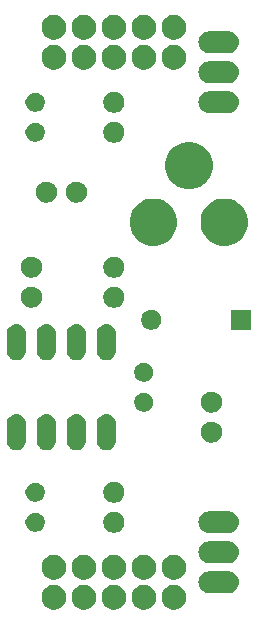
<source format=gbr>
G04 #@! TF.GenerationSoftware,KiCad,Pcbnew,(5.1.5)-3*
G04 #@! TF.CreationDate,2020-03-15T10:52:14-07:00*
G04 #@! TF.ProjectId,bbf-supply_v1,6262662d-7375-4707-906c-795f76312e6b,rev?*
G04 #@! TF.SameCoordinates,Original*
G04 #@! TF.FileFunction,Soldermask,Bot*
G04 #@! TF.FilePolarity,Negative*
%FSLAX46Y46*%
G04 Gerber Fmt 4.6, Leading zero omitted, Abs format (unit mm)*
G04 Created by KiCad (PCBNEW (5.1.5)-3) date 2020-03-15 10:52:14*
%MOMM*%
%LPD*%
G04 APERTURE LIST*
%ADD10C,0.100000*%
G04 APERTURE END LIST*
D10*
G36*
X142454865Y-128127220D02*
G01*
X142644388Y-128205723D01*
X142814954Y-128319692D01*
X142960008Y-128464746D01*
X143073977Y-128635312D01*
X143152480Y-128824835D01*
X143192500Y-129026031D01*
X143192500Y-129231169D01*
X143152480Y-129432365D01*
X143073977Y-129621888D01*
X142960008Y-129792454D01*
X142814954Y-129937508D01*
X142644388Y-130051477D01*
X142644387Y-130051478D01*
X142644386Y-130051478D01*
X142454865Y-130129980D01*
X142253670Y-130170000D01*
X142048530Y-130170000D01*
X141847335Y-130129980D01*
X141657814Y-130051478D01*
X141657813Y-130051478D01*
X141657812Y-130051477D01*
X141487246Y-129937508D01*
X141342192Y-129792454D01*
X141228223Y-129621888D01*
X141149720Y-129432365D01*
X141109700Y-129231169D01*
X141109700Y-129026031D01*
X141149720Y-128824835D01*
X141228223Y-128635312D01*
X141342192Y-128464746D01*
X141487246Y-128319692D01*
X141657812Y-128205723D01*
X141847335Y-128127220D01*
X142048530Y-128087200D01*
X142253670Y-128087200D01*
X142454865Y-128127220D01*
G37*
G36*
X144994865Y-128127220D02*
G01*
X145184388Y-128205723D01*
X145354954Y-128319692D01*
X145500008Y-128464746D01*
X145613977Y-128635312D01*
X145692480Y-128824835D01*
X145732500Y-129026031D01*
X145732500Y-129231169D01*
X145692480Y-129432365D01*
X145613977Y-129621888D01*
X145500008Y-129792454D01*
X145354954Y-129937508D01*
X145184388Y-130051477D01*
X145184387Y-130051478D01*
X145184386Y-130051478D01*
X144994865Y-130129980D01*
X144793670Y-130170000D01*
X144588530Y-130170000D01*
X144387335Y-130129980D01*
X144197814Y-130051478D01*
X144197813Y-130051478D01*
X144197812Y-130051477D01*
X144027246Y-129937508D01*
X143882192Y-129792454D01*
X143768223Y-129621888D01*
X143689720Y-129432365D01*
X143649700Y-129231169D01*
X143649700Y-129026031D01*
X143689720Y-128824835D01*
X143768223Y-128635312D01*
X143882192Y-128464746D01*
X144027246Y-128319692D01*
X144197812Y-128205723D01*
X144387335Y-128127220D01*
X144588530Y-128087200D01*
X144793670Y-128087200D01*
X144994865Y-128127220D01*
G37*
G36*
X147534865Y-128127220D02*
G01*
X147724388Y-128205723D01*
X147894954Y-128319692D01*
X148040008Y-128464746D01*
X148153977Y-128635312D01*
X148232480Y-128824835D01*
X148272500Y-129026031D01*
X148272500Y-129231169D01*
X148232480Y-129432365D01*
X148153977Y-129621888D01*
X148040008Y-129792454D01*
X147894954Y-129937508D01*
X147724388Y-130051477D01*
X147724387Y-130051478D01*
X147724386Y-130051478D01*
X147534865Y-130129980D01*
X147333670Y-130170000D01*
X147128530Y-130170000D01*
X146927335Y-130129980D01*
X146737814Y-130051478D01*
X146737813Y-130051478D01*
X146737812Y-130051477D01*
X146567246Y-129937508D01*
X146422192Y-129792454D01*
X146308223Y-129621888D01*
X146229720Y-129432365D01*
X146189700Y-129231169D01*
X146189700Y-129026031D01*
X146229720Y-128824835D01*
X146308223Y-128635312D01*
X146422192Y-128464746D01*
X146567246Y-128319692D01*
X146737812Y-128205723D01*
X146927335Y-128127220D01*
X147128530Y-128087200D01*
X147333670Y-128087200D01*
X147534865Y-128127220D01*
G37*
G36*
X152614865Y-128127220D02*
G01*
X152804388Y-128205723D01*
X152974954Y-128319692D01*
X153120008Y-128464746D01*
X153233977Y-128635312D01*
X153312480Y-128824835D01*
X153352500Y-129026031D01*
X153352500Y-129231169D01*
X153312480Y-129432365D01*
X153233977Y-129621888D01*
X153120008Y-129792454D01*
X152974954Y-129937508D01*
X152804388Y-130051477D01*
X152804387Y-130051478D01*
X152804386Y-130051478D01*
X152614865Y-130129980D01*
X152413670Y-130170000D01*
X152208530Y-130170000D01*
X152007335Y-130129980D01*
X151817814Y-130051478D01*
X151817813Y-130051478D01*
X151817812Y-130051477D01*
X151647246Y-129937508D01*
X151502192Y-129792454D01*
X151388223Y-129621888D01*
X151309720Y-129432365D01*
X151269700Y-129231169D01*
X151269700Y-129026031D01*
X151309720Y-128824835D01*
X151388223Y-128635312D01*
X151502192Y-128464746D01*
X151647246Y-128319692D01*
X151817812Y-128205723D01*
X152007335Y-128127220D01*
X152208530Y-128087200D01*
X152413670Y-128087200D01*
X152614865Y-128127220D01*
G37*
G36*
X150074865Y-128127220D02*
G01*
X150264388Y-128205723D01*
X150434954Y-128319692D01*
X150580008Y-128464746D01*
X150693977Y-128635312D01*
X150772480Y-128824835D01*
X150812500Y-129026031D01*
X150812500Y-129231169D01*
X150772480Y-129432365D01*
X150693977Y-129621888D01*
X150580008Y-129792454D01*
X150434954Y-129937508D01*
X150264388Y-130051477D01*
X150264387Y-130051478D01*
X150264386Y-130051478D01*
X150074865Y-130129980D01*
X149873670Y-130170000D01*
X149668530Y-130170000D01*
X149467335Y-130129980D01*
X149277814Y-130051478D01*
X149277813Y-130051478D01*
X149277812Y-130051477D01*
X149107246Y-129937508D01*
X148962192Y-129792454D01*
X148848223Y-129621888D01*
X148769720Y-129432365D01*
X148729700Y-129231169D01*
X148729700Y-129026031D01*
X148769720Y-128824835D01*
X148848223Y-128635312D01*
X148962192Y-128464746D01*
X149107246Y-128319692D01*
X149277812Y-128205723D01*
X149467335Y-128127220D01*
X149668530Y-128087200D01*
X149873670Y-128087200D01*
X150074865Y-128127220D01*
G37*
G36*
X157113152Y-126957430D02*
G01*
X157199336Y-126983574D01*
X157285519Y-127009717D01*
X157285521Y-127009718D01*
X157444367Y-127094623D01*
X157444370Y-127094625D01*
X157444371Y-127094626D01*
X157583607Y-127208893D01*
X157697874Y-127348129D01*
X157697877Y-127348133D01*
X157782782Y-127506979D01*
X157782783Y-127506981D01*
X157784147Y-127511478D01*
X157835070Y-127679348D01*
X157852724Y-127858600D01*
X157835070Y-128037852D01*
X157835069Y-128037854D01*
X157784147Y-128205723D01*
X157782782Y-128210221D01*
X157697877Y-128369067D01*
X157697875Y-128369070D01*
X157697874Y-128369071D01*
X157583607Y-128508307D01*
X157444371Y-128622574D01*
X157444367Y-128622577D01*
X157285521Y-128707482D01*
X157285519Y-128707483D01*
X157199336Y-128733626D01*
X157113152Y-128759770D01*
X156978821Y-128773000D01*
X155263379Y-128773000D01*
X155129048Y-128759770D01*
X155042864Y-128733626D01*
X154956681Y-128707483D01*
X154956679Y-128707482D01*
X154797833Y-128622577D01*
X154797829Y-128622574D01*
X154658593Y-128508307D01*
X154544326Y-128369071D01*
X154544325Y-128369070D01*
X154544323Y-128369067D01*
X154459418Y-128210221D01*
X154458054Y-128205723D01*
X154407131Y-128037854D01*
X154407130Y-128037852D01*
X154389476Y-127858600D01*
X154407130Y-127679348D01*
X154458053Y-127511478D01*
X154459417Y-127506981D01*
X154459418Y-127506979D01*
X154544323Y-127348133D01*
X154544326Y-127348129D01*
X154658593Y-127208893D01*
X154797829Y-127094626D01*
X154797830Y-127094625D01*
X154797833Y-127094623D01*
X154956679Y-127009718D01*
X154956681Y-127009717D01*
X155042864Y-126983574D01*
X155129048Y-126957430D01*
X155263379Y-126944200D01*
X156978821Y-126944200D01*
X157113152Y-126957430D01*
G37*
G36*
X150074865Y-125587220D02*
G01*
X150264388Y-125665723D01*
X150434954Y-125779692D01*
X150580008Y-125924746D01*
X150693977Y-126095312D01*
X150772480Y-126284835D01*
X150812500Y-126486031D01*
X150812500Y-126691169D01*
X150772480Y-126892365D01*
X150693977Y-127081888D01*
X150580008Y-127252454D01*
X150434954Y-127397508D01*
X150264388Y-127511477D01*
X150264387Y-127511478D01*
X150264386Y-127511478D01*
X150074865Y-127589980D01*
X149873670Y-127630000D01*
X149668530Y-127630000D01*
X149467335Y-127589980D01*
X149277814Y-127511478D01*
X149277813Y-127511478D01*
X149277812Y-127511477D01*
X149107246Y-127397508D01*
X148962192Y-127252454D01*
X148848223Y-127081888D01*
X148769720Y-126892365D01*
X148729700Y-126691169D01*
X148729700Y-126486031D01*
X148769720Y-126284835D01*
X148848223Y-126095312D01*
X148962192Y-125924746D01*
X149107246Y-125779692D01*
X149277812Y-125665723D01*
X149467335Y-125587220D01*
X149668530Y-125547200D01*
X149873670Y-125547200D01*
X150074865Y-125587220D01*
G37*
G36*
X142454865Y-125587220D02*
G01*
X142644388Y-125665723D01*
X142814954Y-125779692D01*
X142960008Y-125924746D01*
X143073977Y-126095312D01*
X143152480Y-126284835D01*
X143192500Y-126486031D01*
X143192500Y-126691169D01*
X143152480Y-126892365D01*
X143073977Y-127081888D01*
X142960008Y-127252454D01*
X142814954Y-127397508D01*
X142644388Y-127511477D01*
X142644387Y-127511478D01*
X142644386Y-127511478D01*
X142454865Y-127589980D01*
X142253670Y-127630000D01*
X142048530Y-127630000D01*
X141847335Y-127589980D01*
X141657814Y-127511478D01*
X141657813Y-127511478D01*
X141657812Y-127511477D01*
X141487246Y-127397508D01*
X141342192Y-127252454D01*
X141228223Y-127081888D01*
X141149720Y-126892365D01*
X141109700Y-126691169D01*
X141109700Y-126486031D01*
X141149720Y-126284835D01*
X141228223Y-126095312D01*
X141342192Y-125924746D01*
X141487246Y-125779692D01*
X141657812Y-125665723D01*
X141847335Y-125587220D01*
X142048530Y-125547200D01*
X142253670Y-125547200D01*
X142454865Y-125587220D01*
G37*
G36*
X144994865Y-125587220D02*
G01*
X145184388Y-125665723D01*
X145354954Y-125779692D01*
X145500008Y-125924746D01*
X145613977Y-126095312D01*
X145692480Y-126284835D01*
X145732500Y-126486031D01*
X145732500Y-126691169D01*
X145692480Y-126892365D01*
X145613977Y-127081888D01*
X145500008Y-127252454D01*
X145354954Y-127397508D01*
X145184388Y-127511477D01*
X145184387Y-127511478D01*
X145184386Y-127511478D01*
X144994865Y-127589980D01*
X144793670Y-127630000D01*
X144588530Y-127630000D01*
X144387335Y-127589980D01*
X144197814Y-127511478D01*
X144197813Y-127511478D01*
X144197812Y-127511477D01*
X144027246Y-127397508D01*
X143882192Y-127252454D01*
X143768223Y-127081888D01*
X143689720Y-126892365D01*
X143649700Y-126691169D01*
X143649700Y-126486031D01*
X143689720Y-126284835D01*
X143768223Y-126095312D01*
X143882192Y-125924746D01*
X144027246Y-125779692D01*
X144197812Y-125665723D01*
X144387335Y-125587220D01*
X144588530Y-125547200D01*
X144793670Y-125547200D01*
X144994865Y-125587220D01*
G37*
G36*
X147534865Y-125587220D02*
G01*
X147724388Y-125665723D01*
X147894954Y-125779692D01*
X148040008Y-125924746D01*
X148153977Y-126095312D01*
X148232480Y-126284835D01*
X148272500Y-126486031D01*
X148272500Y-126691169D01*
X148232480Y-126892365D01*
X148153977Y-127081888D01*
X148040008Y-127252454D01*
X147894954Y-127397508D01*
X147724388Y-127511477D01*
X147724387Y-127511478D01*
X147724386Y-127511478D01*
X147534865Y-127589980D01*
X147333670Y-127630000D01*
X147128530Y-127630000D01*
X146927335Y-127589980D01*
X146737814Y-127511478D01*
X146737813Y-127511478D01*
X146737812Y-127511477D01*
X146567246Y-127397508D01*
X146422192Y-127252454D01*
X146308223Y-127081888D01*
X146229720Y-126892365D01*
X146189700Y-126691169D01*
X146189700Y-126486031D01*
X146229720Y-126284835D01*
X146308223Y-126095312D01*
X146422192Y-125924746D01*
X146567246Y-125779692D01*
X146737812Y-125665723D01*
X146927335Y-125587220D01*
X147128530Y-125547200D01*
X147333670Y-125547200D01*
X147534865Y-125587220D01*
G37*
G36*
X152614865Y-125587220D02*
G01*
X152804388Y-125665723D01*
X152974954Y-125779692D01*
X153120008Y-125924746D01*
X153233977Y-126095312D01*
X153312480Y-126284835D01*
X153352500Y-126486031D01*
X153352500Y-126691169D01*
X153312480Y-126892365D01*
X153233977Y-127081888D01*
X153120008Y-127252454D01*
X152974954Y-127397508D01*
X152804388Y-127511477D01*
X152804387Y-127511478D01*
X152804386Y-127511478D01*
X152614865Y-127589980D01*
X152413670Y-127630000D01*
X152208530Y-127630000D01*
X152007335Y-127589980D01*
X151817814Y-127511478D01*
X151817813Y-127511478D01*
X151817812Y-127511477D01*
X151647246Y-127397508D01*
X151502192Y-127252454D01*
X151388223Y-127081888D01*
X151309720Y-126892365D01*
X151269700Y-126691169D01*
X151269700Y-126486031D01*
X151309720Y-126284835D01*
X151388223Y-126095312D01*
X151502192Y-125924746D01*
X151647246Y-125779692D01*
X151817812Y-125665723D01*
X152007335Y-125587220D01*
X152208530Y-125547200D01*
X152413670Y-125547200D01*
X152614865Y-125587220D01*
G37*
G36*
X157113152Y-124417430D02*
G01*
X157199337Y-124443574D01*
X157285519Y-124469717D01*
X157285521Y-124469718D01*
X157444367Y-124554623D01*
X157444370Y-124554625D01*
X157444371Y-124554626D01*
X157583607Y-124668893D01*
X157697874Y-124808129D01*
X157697877Y-124808133D01*
X157782782Y-124966979D01*
X157835070Y-125139348D01*
X157852724Y-125318600D01*
X157835070Y-125497852D01*
X157835069Y-125497854D01*
X157784147Y-125665723D01*
X157782782Y-125670221D01*
X157697877Y-125829067D01*
X157697875Y-125829070D01*
X157697874Y-125829071D01*
X157583607Y-125968307D01*
X157444371Y-126082574D01*
X157444367Y-126082577D01*
X157285521Y-126167482D01*
X157285519Y-126167483D01*
X157199336Y-126193626D01*
X157113152Y-126219770D01*
X156978821Y-126233000D01*
X155263379Y-126233000D01*
X155129048Y-126219770D01*
X155042863Y-126193626D01*
X154956681Y-126167483D01*
X154956679Y-126167482D01*
X154797833Y-126082577D01*
X154797829Y-126082574D01*
X154658593Y-125968307D01*
X154544326Y-125829071D01*
X154544325Y-125829070D01*
X154544323Y-125829067D01*
X154459418Y-125670221D01*
X154458054Y-125665723D01*
X154407131Y-125497854D01*
X154407130Y-125497852D01*
X154389476Y-125318600D01*
X154407130Y-125139348D01*
X154459418Y-124966979D01*
X154544323Y-124808133D01*
X154544326Y-124808129D01*
X154658593Y-124668893D01*
X154797829Y-124554626D01*
X154797830Y-124554625D01*
X154797833Y-124554623D01*
X154956679Y-124469718D01*
X154956681Y-124469717D01*
X155042863Y-124443574D01*
X155129048Y-124417430D01*
X155263379Y-124404200D01*
X156978821Y-124404200D01*
X157113152Y-124417430D01*
G37*
G36*
X157113152Y-121877430D02*
G01*
X157199337Y-121903574D01*
X157285519Y-121929717D01*
X157285521Y-121929718D01*
X157444367Y-122014623D01*
X157444370Y-122014625D01*
X157444371Y-122014626D01*
X157583607Y-122128893D01*
X157691588Y-122260470D01*
X157697877Y-122268133D01*
X157782782Y-122426979D01*
X157835070Y-122599348D01*
X157852724Y-122778600D01*
X157835070Y-122957852D01*
X157782782Y-123130221D01*
X157697877Y-123289067D01*
X157697875Y-123289070D01*
X157697874Y-123289071D01*
X157583607Y-123428307D01*
X157444371Y-123542574D01*
X157444367Y-123542577D01*
X157285521Y-123627482D01*
X157285519Y-123627483D01*
X157225633Y-123645649D01*
X157113152Y-123679770D01*
X156978821Y-123693000D01*
X155263379Y-123693000D01*
X155129048Y-123679770D01*
X155016567Y-123645649D01*
X154956681Y-123627483D01*
X154956679Y-123627482D01*
X154797833Y-123542577D01*
X154797829Y-123542574D01*
X154658593Y-123428307D01*
X154544326Y-123289071D01*
X154544325Y-123289070D01*
X154544323Y-123289067D01*
X154459418Y-123130221D01*
X154407130Y-122957852D01*
X154389476Y-122778600D01*
X154407130Y-122599348D01*
X154459418Y-122426979D01*
X154544323Y-122268133D01*
X154550612Y-122260470D01*
X154658593Y-122128893D01*
X154797829Y-122014626D01*
X154797830Y-122014625D01*
X154797833Y-122014623D01*
X154956679Y-121929718D01*
X154956681Y-121929717D01*
X155042863Y-121903574D01*
X155129048Y-121877430D01*
X155263379Y-121864200D01*
X156978821Y-121864200D01*
X157113152Y-121877430D01*
G37*
G36*
X147494115Y-121911551D02*
G01*
X147658213Y-121979523D01*
X147658215Y-121979524D01*
X147805900Y-122078204D01*
X147931496Y-122203800D01*
X148030177Y-122351487D01*
X148098149Y-122515585D01*
X148132800Y-122689789D01*
X148132800Y-122867411D01*
X148098149Y-123041615D01*
X148061447Y-123130221D01*
X148030176Y-123205715D01*
X147931496Y-123353400D01*
X147805900Y-123478996D01*
X147658215Y-123577676D01*
X147658214Y-123577677D01*
X147658213Y-123577677D01*
X147494115Y-123645649D01*
X147319911Y-123680300D01*
X147142289Y-123680300D01*
X146968085Y-123645649D01*
X146803987Y-123577677D01*
X146803986Y-123577677D01*
X146803985Y-123577676D01*
X146656300Y-123478996D01*
X146530704Y-123353400D01*
X146432024Y-123205715D01*
X146400753Y-123130221D01*
X146364051Y-123041615D01*
X146329400Y-122867411D01*
X146329400Y-122689789D01*
X146364051Y-122515585D01*
X146432023Y-122351487D01*
X146530704Y-122203800D01*
X146656300Y-122078204D01*
X146803985Y-121979524D01*
X146803987Y-121979523D01*
X146968085Y-121911551D01*
X147142289Y-121876900D01*
X147319911Y-121876900D01*
X147494115Y-121911551D01*
G37*
G36*
X140800685Y-121997035D02*
G01*
X140948604Y-122058305D01*
X140948605Y-122058306D01*
X141081730Y-122147257D01*
X141194943Y-122260470D01*
X141200063Y-122268133D01*
X141283895Y-122393596D01*
X141345165Y-122541515D01*
X141376400Y-122698545D01*
X141376400Y-122858655D01*
X141345165Y-123015685D01*
X141283895Y-123163604D01*
X141255757Y-123205715D01*
X141194943Y-123296730D01*
X141081730Y-123409943D01*
X141054246Y-123428307D01*
X140948604Y-123498895D01*
X140800685Y-123560165D01*
X140643655Y-123591400D01*
X140483545Y-123591400D01*
X140326515Y-123560165D01*
X140178596Y-123498895D01*
X140072954Y-123428307D01*
X140045470Y-123409943D01*
X139932257Y-123296730D01*
X139871443Y-123205715D01*
X139843305Y-123163604D01*
X139782035Y-123015685D01*
X139750800Y-122858655D01*
X139750800Y-122698545D01*
X139782035Y-122541515D01*
X139843305Y-122393596D01*
X139927137Y-122268133D01*
X139932257Y-122260470D01*
X140045470Y-122147257D01*
X140178595Y-122058306D01*
X140178596Y-122058305D01*
X140326515Y-121997035D01*
X140483545Y-121965800D01*
X140643655Y-121965800D01*
X140800685Y-121997035D01*
G37*
G36*
X147494115Y-119371551D02*
G01*
X147658213Y-119439523D01*
X147658215Y-119439524D01*
X147805900Y-119538204D01*
X147931496Y-119663800D01*
X148030177Y-119811487D01*
X148098149Y-119975585D01*
X148132800Y-120149789D01*
X148132800Y-120327411D01*
X148098149Y-120501615D01*
X148047619Y-120623604D01*
X148030176Y-120665715D01*
X147931496Y-120813400D01*
X147805900Y-120938996D01*
X147658215Y-121037676D01*
X147658214Y-121037677D01*
X147658213Y-121037677D01*
X147494115Y-121105649D01*
X147319911Y-121140300D01*
X147142289Y-121140300D01*
X146968085Y-121105649D01*
X146803987Y-121037677D01*
X146803986Y-121037677D01*
X146803985Y-121037676D01*
X146656300Y-120938996D01*
X146530704Y-120813400D01*
X146432024Y-120665715D01*
X146414581Y-120623604D01*
X146364051Y-120501615D01*
X146329400Y-120327411D01*
X146329400Y-120149789D01*
X146364051Y-119975585D01*
X146432023Y-119811487D01*
X146530704Y-119663800D01*
X146656300Y-119538204D01*
X146803985Y-119439524D01*
X146803987Y-119439523D01*
X146968085Y-119371551D01*
X147142289Y-119336900D01*
X147319911Y-119336900D01*
X147494115Y-119371551D01*
G37*
G36*
X140800685Y-119457035D02*
G01*
X140948604Y-119518305D01*
X140948605Y-119518306D01*
X141081730Y-119607257D01*
X141194943Y-119720470D01*
X141194944Y-119720472D01*
X141283895Y-119853596D01*
X141345165Y-120001515D01*
X141376400Y-120158545D01*
X141376400Y-120318655D01*
X141345165Y-120475685D01*
X141283895Y-120623604D01*
X141255757Y-120665715D01*
X141194943Y-120756730D01*
X141081730Y-120869943D01*
X141014715Y-120914721D01*
X140948604Y-120958895D01*
X140800685Y-121020165D01*
X140643655Y-121051400D01*
X140483545Y-121051400D01*
X140326515Y-121020165D01*
X140178596Y-120958895D01*
X140112485Y-120914721D01*
X140045470Y-120869943D01*
X139932257Y-120756730D01*
X139871443Y-120665715D01*
X139843305Y-120623604D01*
X139782035Y-120475685D01*
X139750800Y-120318655D01*
X139750800Y-120158545D01*
X139782035Y-120001515D01*
X139843305Y-119853596D01*
X139932256Y-119720472D01*
X139932257Y-119720470D01*
X140045470Y-119607257D01*
X140178595Y-119518306D01*
X140178596Y-119518305D01*
X140326515Y-119457035D01*
X140483545Y-119425800D01*
X140643655Y-119425800D01*
X140800685Y-119457035D01*
G37*
G36*
X139135437Y-113646361D02*
G01*
X139288650Y-113692838D01*
X139288653Y-113692839D01*
X139429852Y-113768311D01*
X139553617Y-113869883D01*
X139655189Y-113993648D01*
X139730661Y-114134847D01*
X139730662Y-114134850D01*
X139777139Y-114288063D01*
X139788900Y-114407477D01*
X139788900Y-115909723D01*
X139777139Y-116029137D01*
X139730662Y-116182349D01*
X139730661Y-116182353D01*
X139655189Y-116323552D01*
X139599401Y-116391529D01*
X139553617Y-116447317D01*
X139448670Y-116533444D01*
X139429850Y-116548889D01*
X139288652Y-116624361D01*
X139288649Y-116624362D01*
X139135436Y-116670839D01*
X138976100Y-116686532D01*
X138816763Y-116670839D01*
X138663550Y-116624362D01*
X138663547Y-116624361D01*
X138522348Y-116548889D01*
X138454371Y-116493101D01*
X138398583Y-116447317D01*
X138297012Y-116323551D01*
X138221540Y-116182353D01*
X138221539Y-116182352D01*
X138184515Y-116060300D01*
X138175061Y-116029136D01*
X138163300Y-115909722D01*
X138163301Y-114407477D01*
X138175062Y-114288063D01*
X138221539Y-114134850D01*
X138221540Y-114134847D01*
X138297012Y-113993648D01*
X138398584Y-113869883D01*
X138522349Y-113768311D01*
X138663548Y-113692839D01*
X138663551Y-113692838D01*
X138816764Y-113646361D01*
X138976100Y-113630668D01*
X139135437Y-113646361D01*
G37*
G36*
X144215437Y-113646361D02*
G01*
X144368650Y-113692838D01*
X144368653Y-113692839D01*
X144509852Y-113768311D01*
X144633617Y-113869883D01*
X144735189Y-113993648D01*
X144810661Y-114134847D01*
X144810662Y-114134850D01*
X144857139Y-114288063D01*
X144868900Y-114407477D01*
X144868900Y-115909723D01*
X144857139Y-116029137D01*
X144810662Y-116182349D01*
X144810661Y-116182353D01*
X144735189Y-116323552D01*
X144679401Y-116391529D01*
X144633617Y-116447317D01*
X144528670Y-116533444D01*
X144509850Y-116548889D01*
X144368652Y-116624361D01*
X144368649Y-116624362D01*
X144215436Y-116670839D01*
X144056100Y-116686532D01*
X143896763Y-116670839D01*
X143743550Y-116624362D01*
X143743547Y-116624361D01*
X143602348Y-116548889D01*
X143534371Y-116493101D01*
X143478583Y-116447317D01*
X143377012Y-116323551D01*
X143301540Y-116182353D01*
X143301539Y-116182352D01*
X143264515Y-116060300D01*
X143255061Y-116029136D01*
X143243300Y-115909722D01*
X143243301Y-114407477D01*
X143255062Y-114288063D01*
X143301539Y-114134850D01*
X143301540Y-114134847D01*
X143377012Y-113993648D01*
X143478584Y-113869883D01*
X143602349Y-113768311D01*
X143743548Y-113692839D01*
X143743551Y-113692838D01*
X143896764Y-113646361D01*
X144056100Y-113630668D01*
X144215437Y-113646361D01*
G37*
G36*
X146755437Y-113646361D02*
G01*
X146908650Y-113692838D01*
X146908653Y-113692839D01*
X147049852Y-113768311D01*
X147173617Y-113869883D01*
X147275189Y-113993648D01*
X147350661Y-114134847D01*
X147350662Y-114134850D01*
X147397139Y-114288063D01*
X147408900Y-114407477D01*
X147408900Y-115909723D01*
X147397139Y-116029137D01*
X147350662Y-116182349D01*
X147350661Y-116182353D01*
X147275189Y-116323552D01*
X147219401Y-116391529D01*
X147173617Y-116447317D01*
X147068670Y-116533444D01*
X147049850Y-116548889D01*
X146908652Y-116624361D01*
X146908649Y-116624362D01*
X146755436Y-116670839D01*
X146596100Y-116686532D01*
X146436763Y-116670839D01*
X146283550Y-116624362D01*
X146283547Y-116624361D01*
X146142348Y-116548889D01*
X146074371Y-116493101D01*
X146018583Y-116447317D01*
X145917012Y-116323551D01*
X145841540Y-116182353D01*
X145841539Y-116182352D01*
X145804515Y-116060300D01*
X145795061Y-116029136D01*
X145783300Y-115909722D01*
X145783301Y-114407477D01*
X145795062Y-114288063D01*
X145841539Y-114134850D01*
X145841540Y-114134847D01*
X145917012Y-113993648D01*
X146018584Y-113869883D01*
X146142349Y-113768311D01*
X146283548Y-113692839D01*
X146283551Y-113692838D01*
X146436764Y-113646361D01*
X146596100Y-113630668D01*
X146755437Y-113646361D01*
G37*
G36*
X141675437Y-113646361D02*
G01*
X141828650Y-113692838D01*
X141828653Y-113692839D01*
X141969852Y-113768311D01*
X142093617Y-113869883D01*
X142195189Y-113993648D01*
X142270661Y-114134847D01*
X142270662Y-114134850D01*
X142317139Y-114288063D01*
X142328900Y-114407477D01*
X142328900Y-115909723D01*
X142317139Y-116029137D01*
X142270662Y-116182349D01*
X142270661Y-116182353D01*
X142195189Y-116323552D01*
X142139401Y-116391529D01*
X142093617Y-116447317D01*
X141988670Y-116533444D01*
X141969850Y-116548889D01*
X141828652Y-116624361D01*
X141828649Y-116624362D01*
X141675436Y-116670839D01*
X141516100Y-116686532D01*
X141356763Y-116670839D01*
X141203550Y-116624362D01*
X141203547Y-116624361D01*
X141062348Y-116548889D01*
X140994371Y-116493101D01*
X140938583Y-116447317D01*
X140837012Y-116323551D01*
X140761540Y-116182353D01*
X140761539Y-116182352D01*
X140724515Y-116060300D01*
X140715061Y-116029136D01*
X140703300Y-115909722D01*
X140703301Y-114407477D01*
X140715062Y-114288063D01*
X140761539Y-114134850D01*
X140761540Y-114134847D01*
X140837012Y-113993648D01*
X140938584Y-113869883D01*
X141062349Y-113768311D01*
X141203548Y-113692839D01*
X141203551Y-113692838D01*
X141356764Y-113646361D01*
X141516100Y-113630668D01*
X141675437Y-113646361D01*
G37*
G36*
X155749115Y-114291551D02*
G01*
X155913213Y-114359523D01*
X155913215Y-114359524D01*
X156060900Y-114458204D01*
X156186496Y-114583800D01*
X156285177Y-114731487D01*
X156353149Y-114895585D01*
X156387800Y-115069789D01*
X156387800Y-115247411D01*
X156353149Y-115421615D01*
X156285177Y-115585713D01*
X156285176Y-115585715D01*
X156186496Y-115733400D01*
X156060900Y-115858996D01*
X155913215Y-115957676D01*
X155913214Y-115957677D01*
X155913213Y-115957677D01*
X155749115Y-116025649D01*
X155574911Y-116060300D01*
X155397289Y-116060300D01*
X155223085Y-116025649D01*
X155058987Y-115957677D01*
X155058986Y-115957677D01*
X155058985Y-115957676D01*
X154911300Y-115858996D01*
X154785704Y-115733400D01*
X154687024Y-115585715D01*
X154687023Y-115585713D01*
X154619051Y-115421615D01*
X154584400Y-115247411D01*
X154584400Y-115069789D01*
X154619051Y-114895585D01*
X154687023Y-114731487D01*
X154785704Y-114583800D01*
X154911300Y-114458204D01*
X155058985Y-114359524D01*
X155058987Y-114359523D01*
X155223085Y-114291551D01*
X155397289Y-114256900D01*
X155574911Y-114256900D01*
X155749115Y-114291551D01*
G37*
G36*
X155749115Y-111751551D02*
G01*
X155913213Y-111819523D01*
X155913215Y-111819524D01*
X156060900Y-111918204D01*
X156186496Y-112043800D01*
X156285177Y-112191487D01*
X156353149Y-112355585D01*
X156387800Y-112529789D01*
X156387800Y-112707411D01*
X156353149Y-112881615D01*
X156302619Y-113003604D01*
X156285176Y-113045715D01*
X156186496Y-113193400D01*
X156060900Y-113318996D01*
X155913215Y-113417676D01*
X155913214Y-113417677D01*
X155913213Y-113417677D01*
X155749115Y-113485649D01*
X155574911Y-113520300D01*
X155397289Y-113520300D01*
X155223085Y-113485649D01*
X155058987Y-113417677D01*
X155058986Y-113417677D01*
X155058985Y-113417676D01*
X154911300Y-113318996D01*
X154785704Y-113193400D01*
X154687024Y-113045715D01*
X154669581Y-113003604D01*
X154619051Y-112881615D01*
X154584400Y-112707411D01*
X154584400Y-112529789D01*
X154619051Y-112355585D01*
X154687023Y-112191487D01*
X154785704Y-112043800D01*
X154911300Y-111918204D01*
X155058985Y-111819524D01*
X155058987Y-111819523D01*
X155223085Y-111751551D01*
X155397289Y-111716900D01*
X155574911Y-111716900D01*
X155749115Y-111751551D01*
G37*
G36*
X150008185Y-111837035D02*
G01*
X150156104Y-111898305D01*
X150156105Y-111898306D01*
X150289230Y-111987257D01*
X150402443Y-112100470D01*
X150402444Y-112100472D01*
X150491395Y-112233596D01*
X150552665Y-112381515D01*
X150583900Y-112538545D01*
X150583900Y-112698655D01*
X150552665Y-112855685D01*
X150491395Y-113003604D01*
X150463257Y-113045715D01*
X150402443Y-113136730D01*
X150289230Y-113249943D01*
X150222215Y-113294721D01*
X150156104Y-113338895D01*
X150008185Y-113400165D01*
X149851155Y-113431400D01*
X149691045Y-113431400D01*
X149534015Y-113400165D01*
X149386096Y-113338895D01*
X149319985Y-113294721D01*
X149252970Y-113249943D01*
X149139757Y-113136730D01*
X149078943Y-113045715D01*
X149050805Y-113003604D01*
X148989535Y-112855685D01*
X148958300Y-112698655D01*
X148958300Y-112538545D01*
X148989535Y-112381515D01*
X149050805Y-112233596D01*
X149139756Y-112100472D01*
X149139757Y-112100470D01*
X149252970Y-111987257D01*
X149386095Y-111898306D01*
X149386096Y-111898305D01*
X149534015Y-111837035D01*
X149691045Y-111805800D01*
X149851155Y-111805800D01*
X150008185Y-111837035D01*
G37*
G36*
X150008185Y-109297035D02*
G01*
X150156104Y-109358305D01*
X150156105Y-109358306D01*
X150289230Y-109447257D01*
X150402443Y-109560470D01*
X150402444Y-109560472D01*
X150491395Y-109693596D01*
X150552665Y-109841515D01*
X150583900Y-109998545D01*
X150583900Y-110158655D01*
X150552665Y-110315685D01*
X150491395Y-110463604D01*
X150491394Y-110463605D01*
X150402443Y-110596730D01*
X150289230Y-110709943D01*
X150222215Y-110754721D01*
X150156104Y-110798895D01*
X150008185Y-110860165D01*
X149851155Y-110891400D01*
X149691045Y-110891400D01*
X149534015Y-110860165D01*
X149386096Y-110798895D01*
X149319985Y-110754721D01*
X149252970Y-110709943D01*
X149139757Y-110596730D01*
X149050806Y-110463605D01*
X149050805Y-110463604D01*
X148989535Y-110315685D01*
X148958300Y-110158655D01*
X148958300Y-109998545D01*
X148989535Y-109841515D01*
X149050805Y-109693596D01*
X149139756Y-109560472D01*
X149139757Y-109560470D01*
X149252970Y-109447257D01*
X149386095Y-109358306D01*
X149386096Y-109358305D01*
X149534015Y-109297035D01*
X149691045Y-109265800D01*
X149851155Y-109265800D01*
X150008185Y-109297035D01*
G37*
G36*
X139135437Y-106026361D02*
G01*
X139288650Y-106072838D01*
X139288653Y-106072839D01*
X139429852Y-106148311D01*
X139553617Y-106249883D01*
X139655189Y-106373648D01*
X139730661Y-106514847D01*
X139730662Y-106514850D01*
X139777139Y-106668063D01*
X139788900Y-106787477D01*
X139788900Y-108289723D01*
X139777139Y-108409137D01*
X139730662Y-108562349D01*
X139730661Y-108562353D01*
X139655189Y-108703552D01*
X139599401Y-108771529D01*
X139553617Y-108827317D01*
X139448670Y-108913444D01*
X139429850Y-108928889D01*
X139288652Y-109004361D01*
X139288649Y-109004362D01*
X139135436Y-109050839D01*
X138976100Y-109066532D01*
X138816763Y-109050839D01*
X138663550Y-109004362D01*
X138663547Y-109004361D01*
X138522348Y-108928889D01*
X138454371Y-108873101D01*
X138398583Y-108827317D01*
X138297012Y-108703551D01*
X138221540Y-108562353D01*
X138221539Y-108562352D01*
X138221538Y-108562349D01*
X138175061Y-108409136D01*
X138163300Y-108289722D01*
X138163301Y-106787477D01*
X138175062Y-106668063D01*
X138221539Y-106514850D01*
X138221540Y-106514847D01*
X138297012Y-106373648D01*
X138398584Y-106249883D01*
X138522349Y-106148311D01*
X138663548Y-106072839D01*
X138663551Y-106072838D01*
X138816764Y-106026361D01*
X138976100Y-106010668D01*
X139135437Y-106026361D01*
G37*
G36*
X141675437Y-106026361D02*
G01*
X141828650Y-106072838D01*
X141828653Y-106072839D01*
X141969852Y-106148311D01*
X142093617Y-106249883D01*
X142195189Y-106373648D01*
X142270661Y-106514847D01*
X142270662Y-106514850D01*
X142317139Y-106668063D01*
X142328900Y-106787477D01*
X142328900Y-108289723D01*
X142317139Y-108409137D01*
X142270662Y-108562349D01*
X142270661Y-108562353D01*
X142195189Y-108703552D01*
X142139401Y-108771529D01*
X142093617Y-108827317D01*
X141988670Y-108913444D01*
X141969850Y-108928889D01*
X141828652Y-109004361D01*
X141828649Y-109004362D01*
X141675436Y-109050839D01*
X141516100Y-109066532D01*
X141356763Y-109050839D01*
X141203550Y-109004362D01*
X141203547Y-109004361D01*
X141062348Y-108928889D01*
X140994371Y-108873101D01*
X140938583Y-108827317D01*
X140837012Y-108703551D01*
X140761540Y-108562353D01*
X140761539Y-108562352D01*
X140761538Y-108562349D01*
X140715061Y-108409136D01*
X140703300Y-108289722D01*
X140703301Y-106787477D01*
X140715062Y-106668063D01*
X140761539Y-106514850D01*
X140761540Y-106514847D01*
X140837012Y-106373648D01*
X140938584Y-106249883D01*
X141062349Y-106148311D01*
X141203548Y-106072839D01*
X141203551Y-106072838D01*
X141356764Y-106026361D01*
X141516100Y-106010668D01*
X141675437Y-106026361D01*
G37*
G36*
X146755437Y-106026361D02*
G01*
X146908650Y-106072838D01*
X146908653Y-106072839D01*
X147049852Y-106148311D01*
X147173617Y-106249883D01*
X147275189Y-106373648D01*
X147350661Y-106514847D01*
X147350662Y-106514850D01*
X147397139Y-106668063D01*
X147408900Y-106787477D01*
X147408900Y-108289723D01*
X147397139Y-108409137D01*
X147350662Y-108562349D01*
X147350661Y-108562353D01*
X147275189Y-108703552D01*
X147219401Y-108771529D01*
X147173617Y-108827317D01*
X147068670Y-108913444D01*
X147049850Y-108928889D01*
X146908652Y-109004361D01*
X146908649Y-109004362D01*
X146755436Y-109050839D01*
X146596100Y-109066532D01*
X146436763Y-109050839D01*
X146283550Y-109004362D01*
X146283547Y-109004361D01*
X146142348Y-108928889D01*
X146074371Y-108873101D01*
X146018583Y-108827317D01*
X145917012Y-108703551D01*
X145841540Y-108562353D01*
X145841539Y-108562352D01*
X145841538Y-108562349D01*
X145795061Y-108409136D01*
X145783300Y-108289722D01*
X145783301Y-106787477D01*
X145795062Y-106668063D01*
X145841539Y-106514850D01*
X145841540Y-106514847D01*
X145917012Y-106373648D01*
X146018584Y-106249883D01*
X146142349Y-106148311D01*
X146283548Y-106072839D01*
X146283551Y-106072838D01*
X146436764Y-106026361D01*
X146596100Y-106010668D01*
X146755437Y-106026361D01*
G37*
G36*
X144215437Y-106026361D02*
G01*
X144368650Y-106072838D01*
X144368653Y-106072839D01*
X144509852Y-106148311D01*
X144633617Y-106249883D01*
X144735189Y-106373648D01*
X144810661Y-106514847D01*
X144810662Y-106514850D01*
X144857139Y-106668063D01*
X144868900Y-106787477D01*
X144868900Y-108289723D01*
X144857139Y-108409137D01*
X144810662Y-108562349D01*
X144810661Y-108562353D01*
X144735189Y-108703552D01*
X144679401Y-108771529D01*
X144633617Y-108827317D01*
X144528670Y-108913444D01*
X144509850Y-108928889D01*
X144368652Y-109004361D01*
X144368649Y-109004362D01*
X144215436Y-109050839D01*
X144056100Y-109066532D01*
X143896763Y-109050839D01*
X143743550Y-109004362D01*
X143743547Y-109004361D01*
X143602348Y-108928889D01*
X143534371Y-108873101D01*
X143478583Y-108827317D01*
X143377012Y-108703551D01*
X143301540Y-108562353D01*
X143301539Y-108562352D01*
X143301538Y-108562349D01*
X143255061Y-108409136D01*
X143243300Y-108289722D01*
X143243301Y-106787477D01*
X143255062Y-106668063D01*
X143301539Y-106514850D01*
X143301540Y-106514847D01*
X143377012Y-106373648D01*
X143478584Y-106249883D01*
X143602349Y-106148311D01*
X143743548Y-106072839D01*
X143743551Y-106072838D01*
X143896764Y-106026361D01*
X144056100Y-106010668D01*
X144215437Y-106026361D01*
G37*
G36*
X158882500Y-106490000D02*
G01*
X157169700Y-106490000D01*
X157169700Y-104777200D01*
X158882500Y-104777200D01*
X158882500Y-106490000D01*
G37*
G36*
X150655903Y-104810110D02*
G01*
X150811756Y-104874667D01*
X150811758Y-104874668D01*
X150952023Y-104968390D01*
X151071310Y-105087677D01*
X151165033Y-105227944D01*
X151229590Y-105383797D01*
X151262500Y-105549251D01*
X151262500Y-105717949D01*
X151229590Y-105883403D01*
X151170374Y-106026361D01*
X151165032Y-106039258D01*
X151071310Y-106179523D01*
X150952023Y-106298810D01*
X150811758Y-106392532D01*
X150811757Y-106392533D01*
X150811756Y-106392533D01*
X150655903Y-106457090D01*
X150490449Y-106490000D01*
X150321751Y-106490000D01*
X150156297Y-106457090D01*
X150000444Y-106392533D01*
X150000443Y-106392533D01*
X150000442Y-106392532D01*
X149860177Y-106298810D01*
X149740890Y-106179523D01*
X149647168Y-106039258D01*
X149641826Y-106026361D01*
X149582610Y-105883403D01*
X149549700Y-105717949D01*
X149549700Y-105549251D01*
X149582610Y-105383797D01*
X149647167Y-105227944D01*
X149740890Y-105087677D01*
X149860177Y-104968390D01*
X150000442Y-104874668D01*
X150000444Y-104874667D01*
X150156297Y-104810110D01*
X150321751Y-104777200D01*
X150490449Y-104777200D01*
X150655903Y-104810110D01*
G37*
G36*
X147494115Y-102861551D02*
G01*
X147658213Y-102929523D01*
X147658215Y-102929524D01*
X147805900Y-103028204D01*
X147931496Y-103153800D01*
X148030177Y-103301487D01*
X148098149Y-103465585D01*
X148132800Y-103639789D01*
X148132800Y-103817411D01*
X148098149Y-103991615D01*
X148030177Y-104155713D01*
X148030176Y-104155715D01*
X147931496Y-104303400D01*
X147805900Y-104428996D01*
X147658215Y-104527676D01*
X147658214Y-104527677D01*
X147658213Y-104527677D01*
X147494115Y-104595649D01*
X147319911Y-104630300D01*
X147142289Y-104630300D01*
X146968085Y-104595649D01*
X146803987Y-104527677D01*
X146803986Y-104527677D01*
X146803985Y-104527676D01*
X146656300Y-104428996D01*
X146530704Y-104303400D01*
X146432024Y-104155715D01*
X146432023Y-104155713D01*
X146364051Y-103991615D01*
X146329400Y-103817411D01*
X146329400Y-103639789D01*
X146364051Y-103465585D01*
X146432023Y-103301487D01*
X146530704Y-103153800D01*
X146656300Y-103028204D01*
X146803985Y-102929524D01*
X146803987Y-102929523D01*
X146968085Y-102861551D01*
X147142289Y-102826900D01*
X147319911Y-102826900D01*
X147494115Y-102861551D01*
G37*
G36*
X140509115Y-102861551D02*
G01*
X140673213Y-102929523D01*
X140673215Y-102929524D01*
X140820900Y-103028204D01*
X140946496Y-103153800D01*
X141045177Y-103301487D01*
X141113149Y-103465585D01*
X141147800Y-103639789D01*
X141147800Y-103817411D01*
X141113149Y-103991615D01*
X141045177Y-104155713D01*
X141045176Y-104155715D01*
X140946496Y-104303400D01*
X140820900Y-104428996D01*
X140673215Y-104527676D01*
X140673214Y-104527677D01*
X140673213Y-104527677D01*
X140509115Y-104595649D01*
X140334911Y-104630300D01*
X140157289Y-104630300D01*
X139983085Y-104595649D01*
X139818987Y-104527677D01*
X139818986Y-104527677D01*
X139818985Y-104527676D01*
X139671300Y-104428996D01*
X139545704Y-104303400D01*
X139447024Y-104155715D01*
X139447023Y-104155713D01*
X139379051Y-103991615D01*
X139344400Y-103817411D01*
X139344400Y-103639789D01*
X139379051Y-103465585D01*
X139447023Y-103301487D01*
X139545704Y-103153800D01*
X139671300Y-103028204D01*
X139818985Y-102929524D01*
X139818987Y-102929523D01*
X139983085Y-102861551D01*
X140157289Y-102826900D01*
X140334911Y-102826900D01*
X140509115Y-102861551D01*
G37*
G36*
X140509115Y-100321551D02*
G01*
X140673213Y-100389523D01*
X140673215Y-100389524D01*
X140820900Y-100488204D01*
X140946496Y-100613800D01*
X141045177Y-100761487D01*
X141113149Y-100925585D01*
X141147800Y-101099789D01*
X141147800Y-101277411D01*
X141113149Y-101451615D01*
X141045177Y-101615713D01*
X141045176Y-101615715D01*
X140946496Y-101763400D01*
X140820900Y-101888996D01*
X140673215Y-101987676D01*
X140673214Y-101987677D01*
X140673213Y-101987677D01*
X140509115Y-102055649D01*
X140334911Y-102090300D01*
X140157289Y-102090300D01*
X139983085Y-102055649D01*
X139818987Y-101987677D01*
X139818986Y-101987677D01*
X139818985Y-101987676D01*
X139671300Y-101888996D01*
X139545704Y-101763400D01*
X139447024Y-101615715D01*
X139447023Y-101615713D01*
X139379051Y-101451615D01*
X139344400Y-101277411D01*
X139344400Y-101099789D01*
X139379051Y-100925585D01*
X139447023Y-100761487D01*
X139545704Y-100613800D01*
X139671300Y-100488204D01*
X139818985Y-100389524D01*
X139818987Y-100389523D01*
X139983085Y-100321551D01*
X140157289Y-100286900D01*
X140334911Y-100286900D01*
X140509115Y-100321551D01*
G37*
G36*
X147494115Y-100321551D02*
G01*
X147658213Y-100389523D01*
X147658215Y-100389524D01*
X147805900Y-100488204D01*
X147931496Y-100613800D01*
X148030177Y-100761487D01*
X148098149Y-100925585D01*
X148132800Y-101099789D01*
X148132800Y-101277411D01*
X148098149Y-101451615D01*
X148030177Y-101615713D01*
X148030176Y-101615715D01*
X147931496Y-101763400D01*
X147805900Y-101888996D01*
X147658215Y-101987676D01*
X147658214Y-101987677D01*
X147658213Y-101987677D01*
X147494115Y-102055649D01*
X147319911Y-102090300D01*
X147142289Y-102090300D01*
X146968085Y-102055649D01*
X146803987Y-101987677D01*
X146803986Y-101987677D01*
X146803985Y-101987676D01*
X146656300Y-101888996D01*
X146530704Y-101763400D01*
X146432024Y-101615715D01*
X146432023Y-101615713D01*
X146364051Y-101451615D01*
X146329400Y-101277411D01*
X146329400Y-101099789D01*
X146364051Y-100925585D01*
X146432023Y-100761487D01*
X146530704Y-100613800D01*
X146656300Y-100488204D01*
X146803985Y-100389524D01*
X146803987Y-100389523D01*
X146968085Y-100321551D01*
X147142289Y-100286900D01*
X147319911Y-100286900D01*
X147494115Y-100321551D01*
G37*
G36*
X151166403Y-95449112D02*
G01*
X151531580Y-95600373D01*
X151587409Y-95637677D01*
X151860233Y-95819972D01*
X152139728Y-96099467D01*
X152139729Y-96099469D01*
X152359327Y-96428120D01*
X152510588Y-96793297D01*
X152587700Y-97180966D01*
X152587700Y-97576234D01*
X152510588Y-97963903D01*
X152359327Y-98329080D01*
X152359326Y-98329081D01*
X152139728Y-98657733D01*
X151860233Y-98937228D01*
X151694791Y-99047773D01*
X151531580Y-99156827D01*
X151166403Y-99308088D01*
X150778734Y-99385200D01*
X150383466Y-99385200D01*
X149995797Y-99308088D01*
X149630620Y-99156827D01*
X149467409Y-99047773D01*
X149301967Y-98937228D01*
X149022472Y-98657733D01*
X148802874Y-98329081D01*
X148802873Y-98329080D01*
X148651612Y-97963903D01*
X148574500Y-97576234D01*
X148574500Y-97180966D01*
X148651612Y-96793297D01*
X148802873Y-96428120D01*
X149022471Y-96099469D01*
X149022472Y-96099467D01*
X149301967Y-95819972D01*
X149574791Y-95637677D01*
X149630620Y-95600373D01*
X149995797Y-95449112D01*
X150383466Y-95372000D01*
X150778734Y-95372000D01*
X151166403Y-95449112D01*
G37*
G36*
X157166403Y-95449112D02*
G01*
X157531580Y-95600373D01*
X157587409Y-95637677D01*
X157860233Y-95819972D01*
X158139728Y-96099467D01*
X158139729Y-96099469D01*
X158359327Y-96428120D01*
X158510588Y-96793297D01*
X158587700Y-97180966D01*
X158587700Y-97576234D01*
X158510588Y-97963903D01*
X158359327Y-98329080D01*
X158359326Y-98329081D01*
X158139728Y-98657733D01*
X157860233Y-98937228D01*
X157694791Y-99047773D01*
X157531580Y-99156827D01*
X157166403Y-99308088D01*
X156778734Y-99385200D01*
X156383466Y-99385200D01*
X155995797Y-99308088D01*
X155630620Y-99156827D01*
X155467409Y-99047773D01*
X155301967Y-98937228D01*
X155022472Y-98657733D01*
X154802874Y-98329081D01*
X154802873Y-98329080D01*
X154651612Y-97963903D01*
X154574500Y-97576234D01*
X154574500Y-97180966D01*
X154651612Y-96793297D01*
X154802873Y-96428120D01*
X155022471Y-96099469D01*
X155022472Y-96099467D01*
X155301967Y-95819972D01*
X155574791Y-95637677D01*
X155630620Y-95600373D01*
X155995797Y-95449112D01*
X156383466Y-95372000D01*
X156778734Y-95372000D01*
X157166403Y-95449112D01*
G37*
G36*
X141779115Y-93971551D02*
G01*
X141943213Y-94039523D01*
X141943215Y-94039524D01*
X142090900Y-94138204D01*
X142216496Y-94263800D01*
X142278655Y-94356827D01*
X142315177Y-94411487D01*
X142383149Y-94575585D01*
X142417800Y-94749789D01*
X142417800Y-94927411D01*
X142383149Y-95101615D01*
X142315177Y-95265713D01*
X142315176Y-95265715D01*
X142216496Y-95413400D01*
X142090900Y-95538996D01*
X141943215Y-95637676D01*
X141943214Y-95637677D01*
X141943213Y-95637677D01*
X141779115Y-95705649D01*
X141604911Y-95740300D01*
X141427289Y-95740300D01*
X141253085Y-95705649D01*
X141088987Y-95637677D01*
X141088986Y-95637677D01*
X141088985Y-95637676D01*
X140941300Y-95538996D01*
X140815704Y-95413400D01*
X140717024Y-95265715D01*
X140717023Y-95265713D01*
X140649051Y-95101615D01*
X140614400Y-94927411D01*
X140614400Y-94749789D01*
X140649051Y-94575585D01*
X140717023Y-94411487D01*
X140753546Y-94356827D01*
X140815704Y-94263800D01*
X140941300Y-94138204D01*
X141088985Y-94039524D01*
X141088987Y-94039523D01*
X141253085Y-93971551D01*
X141427289Y-93936900D01*
X141604911Y-93936900D01*
X141779115Y-93971551D01*
G37*
G36*
X144319115Y-93971551D02*
G01*
X144483213Y-94039523D01*
X144483215Y-94039524D01*
X144630900Y-94138204D01*
X144756496Y-94263800D01*
X144818655Y-94356827D01*
X144855177Y-94411487D01*
X144923149Y-94575585D01*
X144957800Y-94749789D01*
X144957800Y-94927411D01*
X144923149Y-95101615D01*
X144855177Y-95265713D01*
X144855176Y-95265715D01*
X144756496Y-95413400D01*
X144630900Y-95538996D01*
X144483215Y-95637676D01*
X144483214Y-95637677D01*
X144483213Y-95637677D01*
X144319115Y-95705649D01*
X144144911Y-95740300D01*
X143967289Y-95740300D01*
X143793085Y-95705649D01*
X143628987Y-95637677D01*
X143628986Y-95637677D01*
X143628985Y-95637676D01*
X143481300Y-95538996D01*
X143355704Y-95413400D01*
X143257024Y-95265715D01*
X143257023Y-95265713D01*
X143189051Y-95101615D01*
X143154400Y-94927411D01*
X143154400Y-94749789D01*
X143189051Y-94575585D01*
X143257023Y-94411487D01*
X143293546Y-94356827D01*
X143355704Y-94263800D01*
X143481300Y-94138204D01*
X143628985Y-94039524D01*
X143628987Y-94039523D01*
X143793085Y-93971551D01*
X143967289Y-93936900D01*
X144144911Y-93936900D01*
X144319115Y-93971551D01*
G37*
G36*
X154166403Y-90649112D02*
G01*
X154531580Y-90800373D01*
X154531581Y-90800374D01*
X154860233Y-91019972D01*
X155139728Y-91299467D01*
X155139729Y-91299469D01*
X155359327Y-91628120D01*
X155510588Y-91993297D01*
X155587700Y-92380966D01*
X155587700Y-92776234D01*
X155510588Y-93163903D01*
X155359327Y-93529080D01*
X155359326Y-93529081D01*
X155139728Y-93857733D01*
X154860233Y-94137228D01*
X154858772Y-94138204D01*
X154531580Y-94356827D01*
X154166403Y-94508088D01*
X153778734Y-94585200D01*
X153383466Y-94585200D01*
X152995797Y-94508088D01*
X152630620Y-94356827D01*
X152303428Y-94138204D01*
X152301967Y-94137228D01*
X152022472Y-93857733D01*
X151802874Y-93529081D01*
X151802873Y-93529080D01*
X151651612Y-93163903D01*
X151574500Y-92776234D01*
X151574500Y-92380966D01*
X151651612Y-91993297D01*
X151802873Y-91628120D01*
X152022471Y-91299469D01*
X152022472Y-91299467D01*
X152301967Y-91019972D01*
X152630619Y-90800374D01*
X152630620Y-90800373D01*
X152995797Y-90649112D01*
X153383466Y-90572000D01*
X153778734Y-90572000D01*
X154166403Y-90649112D01*
G37*
G36*
X147494115Y-88891551D02*
G01*
X147658213Y-88959523D01*
X147658215Y-88959524D01*
X147805900Y-89058204D01*
X147931496Y-89183800D01*
X148030177Y-89331487D01*
X148098149Y-89495585D01*
X148132800Y-89669789D01*
X148132800Y-89847411D01*
X148098149Y-90021615D01*
X148047619Y-90143604D01*
X148030176Y-90185715D01*
X147931496Y-90333400D01*
X147805900Y-90458996D01*
X147658215Y-90557676D01*
X147658214Y-90557677D01*
X147658213Y-90557677D01*
X147494115Y-90625649D01*
X147319911Y-90660300D01*
X147142289Y-90660300D01*
X146968085Y-90625649D01*
X146803987Y-90557677D01*
X146803986Y-90557677D01*
X146803985Y-90557676D01*
X146656300Y-90458996D01*
X146530704Y-90333400D01*
X146432024Y-90185715D01*
X146414581Y-90143604D01*
X146364051Y-90021615D01*
X146329400Y-89847411D01*
X146329400Y-89669789D01*
X146364051Y-89495585D01*
X146432023Y-89331487D01*
X146530704Y-89183800D01*
X146656300Y-89058204D01*
X146803985Y-88959524D01*
X146803987Y-88959523D01*
X146968085Y-88891551D01*
X147142289Y-88856900D01*
X147319911Y-88856900D01*
X147494115Y-88891551D01*
G37*
G36*
X140800685Y-88977035D02*
G01*
X140948604Y-89038305D01*
X140948605Y-89038306D01*
X141081730Y-89127257D01*
X141194943Y-89240470D01*
X141194944Y-89240472D01*
X141283895Y-89373596D01*
X141345165Y-89521515D01*
X141376400Y-89678545D01*
X141376400Y-89838655D01*
X141345165Y-89995685D01*
X141283895Y-90143604D01*
X141255757Y-90185715D01*
X141194943Y-90276730D01*
X141081730Y-90389943D01*
X141014715Y-90434721D01*
X140948604Y-90478895D01*
X140800685Y-90540165D01*
X140643655Y-90571400D01*
X140483545Y-90571400D01*
X140326515Y-90540165D01*
X140178596Y-90478895D01*
X140112485Y-90434721D01*
X140045470Y-90389943D01*
X139932257Y-90276730D01*
X139871443Y-90185715D01*
X139843305Y-90143604D01*
X139782035Y-89995685D01*
X139750800Y-89838655D01*
X139750800Y-89678545D01*
X139782035Y-89521515D01*
X139843305Y-89373596D01*
X139932256Y-89240472D01*
X139932257Y-89240470D01*
X140045470Y-89127257D01*
X140178595Y-89038306D01*
X140178596Y-89038305D01*
X140326515Y-88977035D01*
X140483545Y-88945800D01*
X140643655Y-88945800D01*
X140800685Y-88977035D01*
G37*
G36*
X157113152Y-86317430D02*
G01*
X157199336Y-86343574D01*
X157285519Y-86369717D01*
X157285521Y-86369718D01*
X157444367Y-86454623D01*
X157444370Y-86454625D01*
X157444371Y-86454626D01*
X157583607Y-86568893D01*
X157691588Y-86700470D01*
X157697877Y-86708133D01*
X157782782Y-86866979D01*
X157835070Y-87039348D01*
X157852724Y-87218600D01*
X157835070Y-87397852D01*
X157782782Y-87570221D01*
X157697877Y-87729067D01*
X157697875Y-87729070D01*
X157697874Y-87729071D01*
X157583607Y-87868307D01*
X157444371Y-87982574D01*
X157444367Y-87982577D01*
X157285521Y-88067482D01*
X157285519Y-88067483D01*
X157225633Y-88085649D01*
X157113152Y-88119770D01*
X156978821Y-88133000D01*
X155263379Y-88133000D01*
X155129048Y-88119770D01*
X155016567Y-88085649D01*
X154956681Y-88067483D01*
X154956679Y-88067482D01*
X154797833Y-87982577D01*
X154797829Y-87982574D01*
X154658593Y-87868307D01*
X154544326Y-87729071D01*
X154544325Y-87729070D01*
X154544323Y-87729067D01*
X154459418Y-87570221D01*
X154407130Y-87397852D01*
X154389476Y-87218600D01*
X154407130Y-87039348D01*
X154459418Y-86866979D01*
X154544323Y-86708133D01*
X154550612Y-86700470D01*
X154658593Y-86568893D01*
X154797829Y-86454626D01*
X154797830Y-86454625D01*
X154797833Y-86454623D01*
X154956679Y-86369718D01*
X154956681Y-86369717D01*
X155042864Y-86343574D01*
X155129048Y-86317430D01*
X155263379Y-86304200D01*
X156978821Y-86304200D01*
X157113152Y-86317430D01*
G37*
G36*
X147494115Y-86351551D02*
G01*
X147658213Y-86419523D01*
X147658215Y-86419524D01*
X147805900Y-86518204D01*
X147931496Y-86643800D01*
X148030177Y-86791487D01*
X148098149Y-86955585D01*
X148132800Y-87129789D01*
X148132800Y-87307411D01*
X148098149Y-87481615D01*
X148061447Y-87570221D01*
X148030176Y-87645715D01*
X147931496Y-87793400D01*
X147805900Y-87918996D01*
X147658215Y-88017676D01*
X147658214Y-88017677D01*
X147658213Y-88017677D01*
X147494115Y-88085649D01*
X147319911Y-88120300D01*
X147142289Y-88120300D01*
X146968085Y-88085649D01*
X146803987Y-88017677D01*
X146803986Y-88017677D01*
X146803985Y-88017676D01*
X146656300Y-87918996D01*
X146530704Y-87793400D01*
X146432024Y-87645715D01*
X146400753Y-87570221D01*
X146364051Y-87481615D01*
X146329400Y-87307411D01*
X146329400Y-87129789D01*
X146364051Y-86955585D01*
X146432023Y-86791487D01*
X146530704Y-86643800D01*
X146656300Y-86518204D01*
X146803985Y-86419524D01*
X146803987Y-86419523D01*
X146968085Y-86351551D01*
X147142289Y-86316900D01*
X147319911Y-86316900D01*
X147494115Y-86351551D01*
G37*
G36*
X140800685Y-86437035D02*
G01*
X140948604Y-86498305D01*
X140948605Y-86498306D01*
X141081730Y-86587257D01*
X141194943Y-86700470D01*
X141200063Y-86708133D01*
X141283895Y-86833596D01*
X141345165Y-86981515D01*
X141376400Y-87138545D01*
X141376400Y-87298655D01*
X141345165Y-87455685D01*
X141283895Y-87603604D01*
X141255757Y-87645715D01*
X141194943Y-87736730D01*
X141081730Y-87849943D01*
X141054246Y-87868307D01*
X140948604Y-87938895D01*
X140800685Y-88000165D01*
X140643655Y-88031400D01*
X140483545Y-88031400D01*
X140326515Y-88000165D01*
X140178596Y-87938895D01*
X140072954Y-87868307D01*
X140045470Y-87849943D01*
X139932257Y-87736730D01*
X139871443Y-87645715D01*
X139843305Y-87603604D01*
X139782035Y-87455685D01*
X139750800Y-87298655D01*
X139750800Y-87138545D01*
X139782035Y-86981515D01*
X139843305Y-86833596D01*
X139927137Y-86708133D01*
X139932257Y-86700470D01*
X140045470Y-86587257D01*
X140178595Y-86498306D01*
X140178596Y-86498305D01*
X140326515Y-86437035D01*
X140483545Y-86405800D01*
X140643655Y-86405800D01*
X140800685Y-86437035D01*
G37*
G36*
X157113152Y-83777430D02*
G01*
X157199336Y-83803574D01*
X157285519Y-83829717D01*
X157285521Y-83829718D01*
X157444367Y-83914623D01*
X157444370Y-83914625D01*
X157444371Y-83914626D01*
X157583607Y-84028893D01*
X157697874Y-84168129D01*
X157697877Y-84168133D01*
X157782782Y-84326979D01*
X157782783Y-84326981D01*
X157784147Y-84331478D01*
X157835070Y-84499348D01*
X157852724Y-84678600D01*
X157835070Y-84857852D01*
X157782782Y-85030221D01*
X157697877Y-85189067D01*
X157697875Y-85189070D01*
X157697874Y-85189071D01*
X157583607Y-85328307D01*
X157444371Y-85442574D01*
X157444367Y-85442577D01*
X157285521Y-85527482D01*
X157285519Y-85527483D01*
X157199336Y-85553626D01*
X157113152Y-85579770D01*
X156978821Y-85593000D01*
X155263379Y-85593000D01*
X155129048Y-85579770D01*
X155042864Y-85553626D01*
X154956681Y-85527483D01*
X154956679Y-85527482D01*
X154797833Y-85442577D01*
X154797829Y-85442574D01*
X154658593Y-85328307D01*
X154544326Y-85189071D01*
X154544325Y-85189070D01*
X154544323Y-85189067D01*
X154459418Y-85030221D01*
X154407130Y-84857852D01*
X154389476Y-84678600D01*
X154407130Y-84499348D01*
X154458053Y-84331478D01*
X154459417Y-84326981D01*
X154459418Y-84326979D01*
X154544323Y-84168133D01*
X154544326Y-84168129D01*
X154658593Y-84028893D01*
X154797829Y-83914626D01*
X154797830Y-83914625D01*
X154797833Y-83914623D01*
X154956679Y-83829718D01*
X154956681Y-83829717D01*
X155042864Y-83803574D01*
X155129048Y-83777430D01*
X155263379Y-83764200D01*
X156978821Y-83764200D01*
X157113152Y-83777430D01*
G37*
G36*
X152614865Y-82407220D02*
G01*
X152804388Y-82485723D01*
X152974954Y-82599692D01*
X153120008Y-82744746D01*
X153233977Y-82915312D01*
X153312480Y-83104835D01*
X153352500Y-83306031D01*
X153352500Y-83511169D01*
X153312480Y-83712365D01*
X153233977Y-83901888D01*
X153120008Y-84072454D01*
X152974954Y-84217508D01*
X152804388Y-84331477D01*
X152804387Y-84331478D01*
X152804386Y-84331478D01*
X152614865Y-84409980D01*
X152413670Y-84450000D01*
X152208530Y-84450000D01*
X152007335Y-84409980D01*
X151817814Y-84331478D01*
X151817813Y-84331478D01*
X151817812Y-84331477D01*
X151647246Y-84217508D01*
X151502192Y-84072454D01*
X151388223Y-83901888D01*
X151309720Y-83712365D01*
X151269700Y-83511169D01*
X151269700Y-83306031D01*
X151309720Y-83104835D01*
X151388223Y-82915312D01*
X151502192Y-82744746D01*
X151647246Y-82599692D01*
X151817812Y-82485723D01*
X152007335Y-82407220D01*
X152208530Y-82367200D01*
X152413670Y-82367200D01*
X152614865Y-82407220D01*
G37*
G36*
X150074865Y-82407220D02*
G01*
X150264388Y-82485723D01*
X150434954Y-82599692D01*
X150580008Y-82744746D01*
X150693977Y-82915312D01*
X150772480Y-83104835D01*
X150812500Y-83306031D01*
X150812500Y-83511169D01*
X150772480Y-83712365D01*
X150693977Y-83901888D01*
X150580008Y-84072454D01*
X150434954Y-84217508D01*
X150264388Y-84331477D01*
X150264387Y-84331478D01*
X150264386Y-84331478D01*
X150074865Y-84409980D01*
X149873670Y-84450000D01*
X149668530Y-84450000D01*
X149467335Y-84409980D01*
X149277814Y-84331478D01*
X149277813Y-84331478D01*
X149277812Y-84331477D01*
X149107246Y-84217508D01*
X148962192Y-84072454D01*
X148848223Y-83901888D01*
X148769720Y-83712365D01*
X148729700Y-83511169D01*
X148729700Y-83306031D01*
X148769720Y-83104835D01*
X148848223Y-82915312D01*
X148962192Y-82744746D01*
X149107246Y-82599692D01*
X149277812Y-82485723D01*
X149467335Y-82407220D01*
X149668530Y-82367200D01*
X149873670Y-82367200D01*
X150074865Y-82407220D01*
G37*
G36*
X147534865Y-82407220D02*
G01*
X147724388Y-82485723D01*
X147894954Y-82599692D01*
X148040008Y-82744746D01*
X148153977Y-82915312D01*
X148232480Y-83104835D01*
X148272500Y-83306031D01*
X148272500Y-83511169D01*
X148232480Y-83712365D01*
X148153977Y-83901888D01*
X148040008Y-84072454D01*
X147894954Y-84217508D01*
X147724388Y-84331477D01*
X147724387Y-84331478D01*
X147724386Y-84331478D01*
X147534865Y-84409980D01*
X147333670Y-84450000D01*
X147128530Y-84450000D01*
X146927335Y-84409980D01*
X146737814Y-84331478D01*
X146737813Y-84331478D01*
X146737812Y-84331477D01*
X146567246Y-84217508D01*
X146422192Y-84072454D01*
X146308223Y-83901888D01*
X146229720Y-83712365D01*
X146189700Y-83511169D01*
X146189700Y-83306031D01*
X146229720Y-83104835D01*
X146308223Y-82915312D01*
X146422192Y-82744746D01*
X146567246Y-82599692D01*
X146737812Y-82485723D01*
X146927335Y-82407220D01*
X147128530Y-82367200D01*
X147333670Y-82367200D01*
X147534865Y-82407220D01*
G37*
G36*
X144994865Y-82407220D02*
G01*
X145184388Y-82485723D01*
X145354954Y-82599692D01*
X145500008Y-82744746D01*
X145613977Y-82915312D01*
X145692480Y-83104835D01*
X145732500Y-83306031D01*
X145732500Y-83511169D01*
X145692480Y-83712365D01*
X145613977Y-83901888D01*
X145500008Y-84072454D01*
X145354954Y-84217508D01*
X145184388Y-84331477D01*
X145184387Y-84331478D01*
X145184386Y-84331478D01*
X144994865Y-84409980D01*
X144793670Y-84450000D01*
X144588530Y-84450000D01*
X144387335Y-84409980D01*
X144197814Y-84331478D01*
X144197813Y-84331478D01*
X144197812Y-84331477D01*
X144027246Y-84217508D01*
X143882192Y-84072454D01*
X143768223Y-83901888D01*
X143689720Y-83712365D01*
X143649700Y-83511169D01*
X143649700Y-83306031D01*
X143689720Y-83104835D01*
X143768223Y-82915312D01*
X143882192Y-82744746D01*
X144027246Y-82599692D01*
X144197812Y-82485723D01*
X144387335Y-82407220D01*
X144588530Y-82367200D01*
X144793670Y-82367200D01*
X144994865Y-82407220D01*
G37*
G36*
X142454865Y-82407220D02*
G01*
X142644388Y-82485723D01*
X142814954Y-82599692D01*
X142960008Y-82744746D01*
X143073977Y-82915312D01*
X143152480Y-83104835D01*
X143192500Y-83306031D01*
X143192500Y-83511169D01*
X143152480Y-83712365D01*
X143073977Y-83901888D01*
X142960008Y-84072454D01*
X142814954Y-84217508D01*
X142644388Y-84331477D01*
X142644387Y-84331478D01*
X142644386Y-84331478D01*
X142454865Y-84409980D01*
X142253670Y-84450000D01*
X142048530Y-84450000D01*
X141847335Y-84409980D01*
X141657814Y-84331478D01*
X141657813Y-84331478D01*
X141657812Y-84331477D01*
X141487246Y-84217508D01*
X141342192Y-84072454D01*
X141228223Y-83901888D01*
X141149720Y-83712365D01*
X141109700Y-83511169D01*
X141109700Y-83306031D01*
X141149720Y-83104835D01*
X141228223Y-82915312D01*
X141342192Y-82744746D01*
X141487246Y-82599692D01*
X141657812Y-82485723D01*
X141847335Y-82407220D01*
X142048530Y-82367200D01*
X142253670Y-82367200D01*
X142454865Y-82407220D01*
G37*
G36*
X157113152Y-81237430D02*
G01*
X157199337Y-81263574D01*
X157285519Y-81289717D01*
X157285521Y-81289718D01*
X157444367Y-81374623D01*
X157444370Y-81374625D01*
X157444371Y-81374626D01*
X157583607Y-81488893D01*
X157697874Y-81628129D01*
X157697877Y-81628133D01*
X157782782Y-81786979D01*
X157782783Y-81786981D01*
X157784147Y-81791478D01*
X157835070Y-81959348D01*
X157852724Y-82138600D01*
X157835070Y-82317852D01*
X157835069Y-82317854D01*
X157784147Y-82485723D01*
X157782782Y-82490221D01*
X157697877Y-82649067D01*
X157697875Y-82649070D01*
X157697874Y-82649071D01*
X157583607Y-82788307D01*
X157444371Y-82902574D01*
X157444367Y-82902577D01*
X157285521Y-82987482D01*
X157285519Y-82987483D01*
X157199336Y-83013626D01*
X157113152Y-83039770D01*
X156978821Y-83053000D01*
X155263379Y-83053000D01*
X155129048Y-83039770D01*
X155042864Y-83013626D01*
X154956681Y-82987483D01*
X154956679Y-82987482D01*
X154797833Y-82902577D01*
X154797829Y-82902574D01*
X154658593Y-82788307D01*
X154544326Y-82649071D01*
X154544325Y-82649070D01*
X154544323Y-82649067D01*
X154459418Y-82490221D01*
X154458054Y-82485723D01*
X154407131Y-82317854D01*
X154407130Y-82317852D01*
X154389476Y-82138600D01*
X154407130Y-81959348D01*
X154458053Y-81791478D01*
X154459417Y-81786981D01*
X154459418Y-81786979D01*
X154544323Y-81628133D01*
X154544326Y-81628129D01*
X154658593Y-81488893D01*
X154797829Y-81374626D01*
X154797830Y-81374625D01*
X154797833Y-81374623D01*
X154956679Y-81289718D01*
X154956681Y-81289717D01*
X155042864Y-81263574D01*
X155129048Y-81237430D01*
X155263379Y-81224200D01*
X156978821Y-81224200D01*
X157113152Y-81237430D01*
G37*
G36*
X142454865Y-79867220D02*
G01*
X142644388Y-79945723D01*
X142814954Y-80059692D01*
X142960008Y-80204746D01*
X143073977Y-80375312D01*
X143152480Y-80564835D01*
X143192500Y-80766031D01*
X143192500Y-80971169D01*
X143152480Y-81172365D01*
X143073977Y-81361888D01*
X142960008Y-81532454D01*
X142814954Y-81677508D01*
X142644388Y-81791477D01*
X142644387Y-81791478D01*
X142644386Y-81791478D01*
X142454865Y-81869980D01*
X142253670Y-81910000D01*
X142048530Y-81910000D01*
X141847335Y-81869980D01*
X141657814Y-81791478D01*
X141657813Y-81791478D01*
X141657812Y-81791477D01*
X141487246Y-81677508D01*
X141342192Y-81532454D01*
X141228223Y-81361888D01*
X141149720Y-81172365D01*
X141109700Y-80971169D01*
X141109700Y-80766031D01*
X141149720Y-80564835D01*
X141228223Y-80375312D01*
X141342192Y-80204746D01*
X141487246Y-80059692D01*
X141657812Y-79945723D01*
X141847335Y-79867220D01*
X142048530Y-79827200D01*
X142253670Y-79827200D01*
X142454865Y-79867220D01*
G37*
G36*
X144994865Y-79867220D02*
G01*
X145184388Y-79945723D01*
X145354954Y-80059692D01*
X145500008Y-80204746D01*
X145613977Y-80375312D01*
X145692480Y-80564835D01*
X145732500Y-80766031D01*
X145732500Y-80971169D01*
X145692480Y-81172365D01*
X145613977Y-81361888D01*
X145500008Y-81532454D01*
X145354954Y-81677508D01*
X145184388Y-81791477D01*
X145184387Y-81791478D01*
X145184386Y-81791478D01*
X144994865Y-81869980D01*
X144793670Y-81910000D01*
X144588530Y-81910000D01*
X144387335Y-81869980D01*
X144197814Y-81791478D01*
X144197813Y-81791478D01*
X144197812Y-81791477D01*
X144027246Y-81677508D01*
X143882192Y-81532454D01*
X143768223Y-81361888D01*
X143689720Y-81172365D01*
X143649700Y-80971169D01*
X143649700Y-80766031D01*
X143689720Y-80564835D01*
X143768223Y-80375312D01*
X143882192Y-80204746D01*
X144027246Y-80059692D01*
X144197812Y-79945723D01*
X144387335Y-79867220D01*
X144588530Y-79827200D01*
X144793670Y-79827200D01*
X144994865Y-79867220D01*
G37*
G36*
X147534865Y-79867220D02*
G01*
X147724388Y-79945723D01*
X147894954Y-80059692D01*
X148040008Y-80204746D01*
X148153977Y-80375312D01*
X148232480Y-80564835D01*
X148272500Y-80766031D01*
X148272500Y-80971169D01*
X148232480Y-81172365D01*
X148153977Y-81361888D01*
X148040008Y-81532454D01*
X147894954Y-81677508D01*
X147724388Y-81791477D01*
X147724387Y-81791478D01*
X147724386Y-81791478D01*
X147534865Y-81869980D01*
X147333670Y-81910000D01*
X147128530Y-81910000D01*
X146927335Y-81869980D01*
X146737814Y-81791478D01*
X146737813Y-81791478D01*
X146737812Y-81791477D01*
X146567246Y-81677508D01*
X146422192Y-81532454D01*
X146308223Y-81361888D01*
X146229720Y-81172365D01*
X146189700Y-80971169D01*
X146189700Y-80766031D01*
X146229720Y-80564835D01*
X146308223Y-80375312D01*
X146422192Y-80204746D01*
X146567246Y-80059692D01*
X146737812Y-79945723D01*
X146927335Y-79867220D01*
X147128530Y-79827200D01*
X147333670Y-79827200D01*
X147534865Y-79867220D01*
G37*
G36*
X150074865Y-79867220D02*
G01*
X150264388Y-79945723D01*
X150434954Y-80059692D01*
X150580008Y-80204746D01*
X150693977Y-80375312D01*
X150772480Y-80564835D01*
X150812500Y-80766031D01*
X150812500Y-80971169D01*
X150772480Y-81172365D01*
X150693977Y-81361888D01*
X150580008Y-81532454D01*
X150434954Y-81677508D01*
X150264388Y-81791477D01*
X150264387Y-81791478D01*
X150264386Y-81791478D01*
X150074865Y-81869980D01*
X149873670Y-81910000D01*
X149668530Y-81910000D01*
X149467335Y-81869980D01*
X149277814Y-81791478D01*
X149277813Y-81791478D01*
X149277812Y-81791477D01*
X149107246Y-81677508D01*
X148962192Y-81532454D01*
X148848223Y-81361888D01*
X148769720Y-81172365D01*
X148729700Y-80971169D01*
X148729700Y-80766031D01*
X148769720Y-80564835D01*
X148848223Y-80375312D01*
X148962192Y-80204746D01*
X149107246Y-80059692D01*
X149277812Y-79945723D01*
X149467335Y-79867220D01*
X149668530Y-79827200D01*
X149873670Y-79827200D01*
X150074865Y-79867220D01*
G37*
G36*
X152614865Y-79867220D02*
G01*
X152804388Y-79945723D01*
X152974954Y-80059692D01*
X153120008Y-80204746D01*
X153233977Y-80375312D01*
X153312480Y-80564835D01*
X153352500Y-80766031D01*
X153352500Y-80971169D01*
X153312480Y-81172365D01*
X153233977Y-81361888D01*
X153120008Y-81532454D01*
X152974954Y-81677508D01*
X152804388Y-81791477D01*
X152804387Y-81791478D01*
X152804386Y-81791478D01*
X152614865Y-81869980D01*
X152413670Y-81910000D01*
X152208530Y-81910000D01*
X152007335Y-81869980D01*
X151817814Y-81791478D01*
X151817813Y-81791478D01*
X151817812Y-81791477D01*
X151647246Y-81677508D01*
X151502192Y-81532454D01*
X151388223Y-81361888D01*
X151309720Y-81172365D01*
X151269700Y-80971169D01*
X151269700Y-80766031D01*
X151309720Y-80564835D01*
X151388223Y-80375312D01*
X151502192Y-80204746D01*
X151647246Y-80059692D01*
X151817812Y-79945723D01*
X152007335Y-79867220D01*
X152208530Y-79827200D01*
X152413670Y-79827200D01*
X152614865Y-79867220D01*
G37*
M02*

</source>
